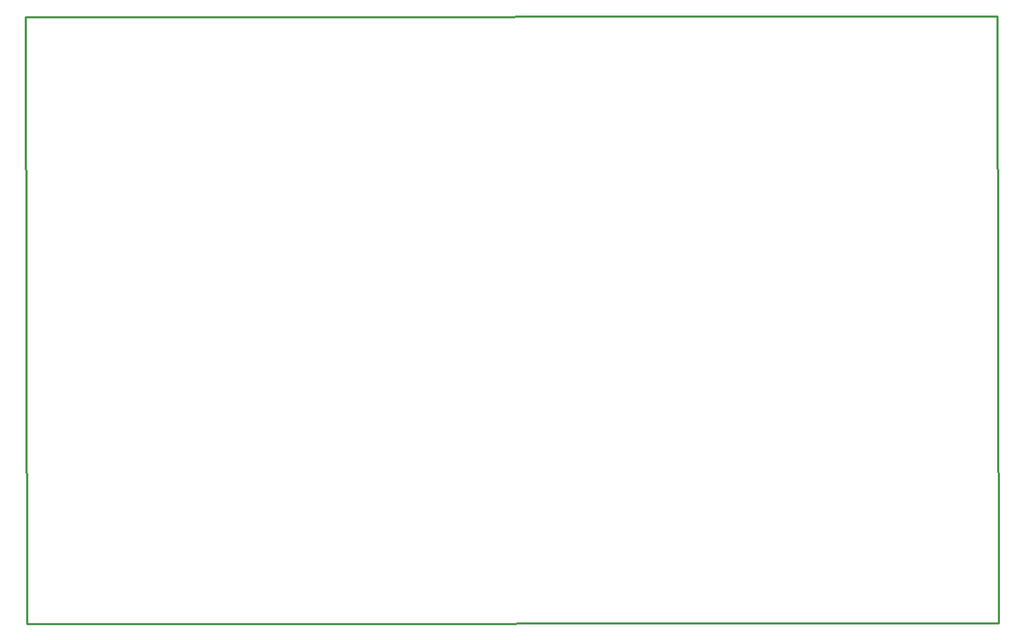
<source format=gbr>
G04 EAGLE Gerber RS-274X export*
G75*
%MOMM*%
%FSLAX34Y34*%
%LPD*%
%IN*%
%IPPOS*%
%AMOC8*
5,1,8,0,0,1.08239X$1,22.5*%
G01*
%ADD10C,0.254000*%


D10*
X-79000Y597000D02*
X-77000Y-131000D01*
X1087000Y-130000D01*
X1085000Y598000D01*
X-79000Y597000D01*
M02*

</source>
